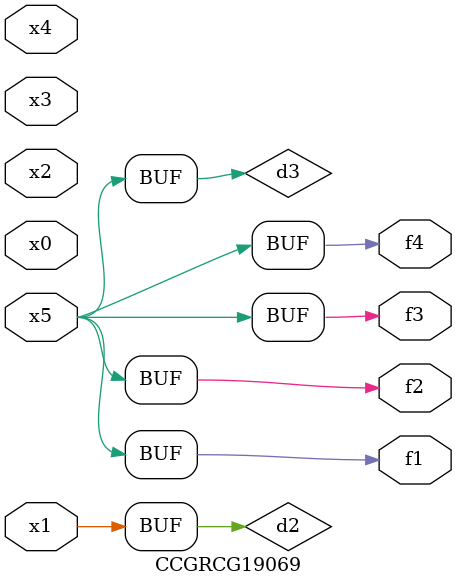
<source format=v>
module CCGRCG19069(
	input x0, x1, x2, x3, x4, x5,
	output f1, f2, f3, f4
);

	wire d1, d2, d3;

	not (d1, x5);
	or (d2, x1);
	xnor (d3, d1);
	assign f1 = d3;
	assign f2 = d3;
	assign f3 = d3;
	assign f4 = d3;
endmodule

</source>
